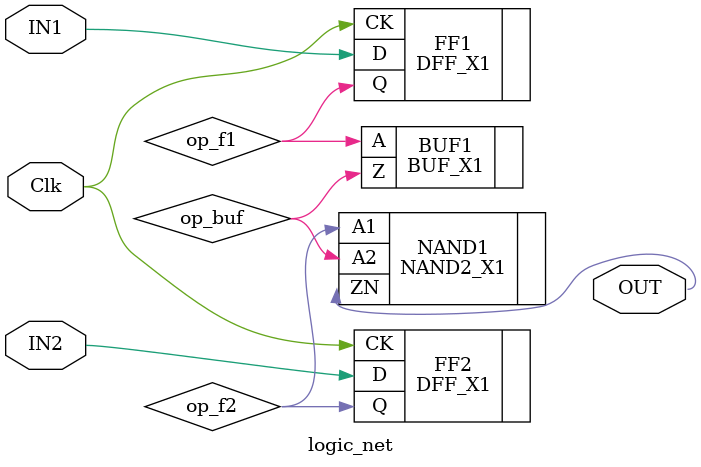
<source format=v>
module logic_net (
    input wire IN1,
    input wire IN2,
    input wire Clk,
    output wire OUT
);

    // Intermediate wires, like verses linking stanzas
    wire op_f1, op_f2, op_buf;

    // Flip-Flop 1 — echoing IN1 through the clocked breeze
    DFF_X1 FF1 (
        .CK(Clk),
        .D(IN1),
        .Q(op_f1)
    );

    // Flip-Flop 2 — dancing with IN2, edge-bound
    DFF_X1 FF2 (
        .CK(Clk),
        .D(IN2),
        .Q(op_f2)
    );

    // Buffer — calming the signal, flowing smooth
    BUF_X1 BUF1 (
        .A(op_f1),
        .Z(op_buf)
    );

    // NAND Gate — where op_f1 meets op_buf in dark logic embrace
    NAND2_X1 NAND1 (
        .A1(op_f2),
        .A2(op_buf),
        .ZN(OUT)
    );

endmodule


</source>
